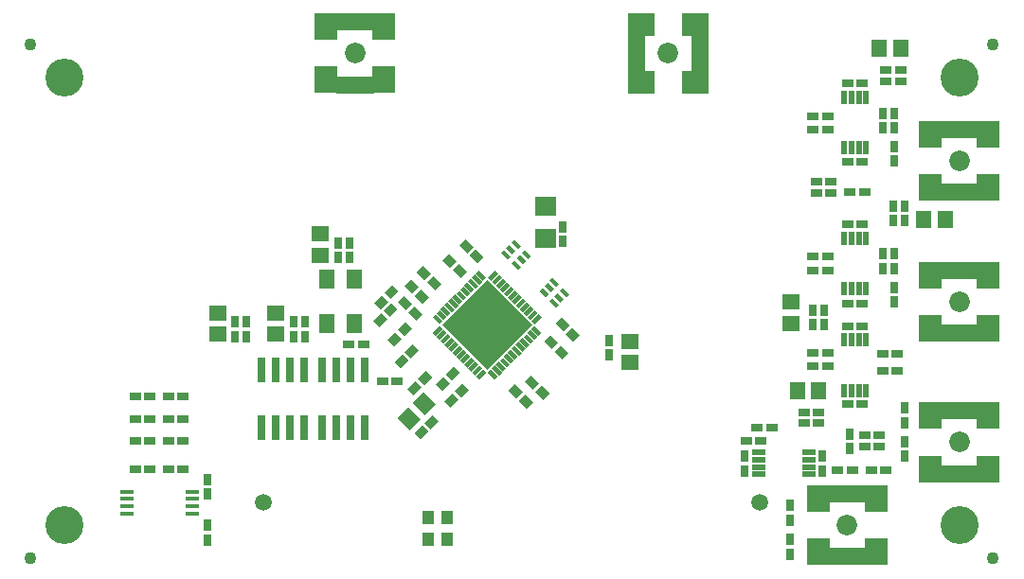
<source format=gts>
G75*
G70*
%OFA0B0*%
%FSLAX24Y24*%
%IPPOS*%
%LPD*%
%AMOC8*
5,1,8,0,0,1.08239X$1,22.5*
%
%ADD10C,0.1339*%
%ADD11C,0.0591*%
%ADD12R,0.0158X0.0355*%
%ADD13R,0.2245X0.2245*%
%ADD14R,0.0316X0.0158*%
%ADD15R,0.0394X0.0316*%
%ADD16R,0.0316X0.0394*%
%ADD17R,0.0750X0.0670*%
%ADD18R,0.0552X0.0631*%
%ADD19R,0.0631X0.0552*%
%ADD20R,0.0512X0.0178*%
%ADD21R,0.0197X0.0473*%
%ADD22R,0.0473X0.0197*%
%ADD23R,0.0552X0.0670*%
%ADD24C,0.0721*%
%ADD25R,0.0965X0.0788*%
%ADD26R,0.0631X0.1379*%
%ADD27R,0.0788X0.0965*%
%ADD28R,0.1379X0.0631*%
%ADD29C,0.0434*%
%ADD30R,0.0276X0.0906*%
%ADD31R,0.0434X0.0473*%
D10*
X002149Y002149D03*
X002149Y017897D03*
X033645Y017897D03*
X033645Y002149D03*
D11*
X026637Y002936D03*
X009156Y002936D03*
D12*
G36*
X016612Y007915D02*
X016724Y007803D01*
X016474Y007553D01*
X016362Y007665D01*
X016612Y007915D01*
G37*
G36*
X016473Y008054D02*
X016585Y007942D01*
X016335Y007692D01*
X016223Y007804D01*
X016473Y008054D01*
G37*
G36*
X016334Y008194D02*
X016446Y008082D01*
X016196Y007832D01*
X016084Y007944D01*
X016334Y008194D01*
G37*
G36*
X016195Y008333D02*
X016307Y008221D01*
X016057Y007971D01*
X015945Y008083D01*
X016195Y008333D01*
G37*
G36*
X016055Y008472D02*
X016167Y008360D01*
X015917Y008110D01*
X015805Y008222D01*
X016055Y008472D01*
G37*
G36*
X015916Y008611D02*
X016028Y008499D01*
X015778Y008249D01*
X015666Y008361D01*
X015916Y008611D01*
G37*
G36*
X015777Y008750D02*
X015889Y008638D01*
X015639Y008388D01*
X015527Y008500D01*
X015777Y008750D01*
G37*
G36*
X015638Y008890D02*
X015750Y008778D01*
X015500Y008528D01*
X015388Y008640D01*
X015638Y008890D01*
G37*
G36*
X015499Y009029D02*
X015611Y008917D01*
X015361Y008667D01*
X015249Y008779D01*
X015499Y009029D01*
G37*
G36*
X015359Y009168D02*
X015471Y009056D01*
X015221Y008806D01*
X015109Y008918D01*
X015359Y009168D01*
G37*
G36*
X015471Y009336D02*
X015359Y009224D01*
X015109Y009474D01*
X015221Y009586D01*
X015471Y009336D01*
G37*
G36*
X015611Y009475D02*
X015499Y009363D01*
X015249Y009613D01*
X015361Y009725D01*
X015611Y009475D01*
G37*
G36*
X015750Y009614D02*
X015638Y009502D01*
X015388Y009752D01*
X015500Y009864D01*
X015750Y009614D01*
G37*
G36*
X015889Y009753D02*
X015777Y009641D01*
X015527Y009891D01*
X015639Y010003D01*
X015889Y009753D01*
G37*
G36*
X016028Y009892D02*
X015916Y009780D01*
X015666Y010030D01*
X015778Y010142D01*
X016028Y009892D01*
G37*
G36*
X016167Y010032D02*
X016055Y009920D01*
X015805Y010170D01*
X015917Y010282D01*
X016167Y010032D01*
G37*
G36*
X016307Y010171D02*
X016195Y010059D01*
X015945Y010309D01*
X016057Y010421D01*
X016307Y010171D01*
G37*
G36*
X016446Y010310D02*
X016334Y010198D01*
X016084Y010448D01*
X016196Y010560D01*
X016446Y010310D01*
G37*
G36*
X016585Y010449D02*
X016473Y010337D01*
X016223Y010587D01*
X016335Y010699D01*
X016585Y010449D01*
G37*
G36*
X016724Y010588D02*
X016612Y010476D01*
X016362Y010726D01*
X016474Y010838D01*
X016724Y010588D01*
G37*
G36*
X016863Y010727D02*
X016751Y010615D01*
X016501Y010865D01*
X016613Y010977D01*
X016863Y010727D01*
G37*
G36*
X017003Y010867D02*
X016891Y010755D01*
X016641Y011005D01*
X016753Y011117D01*
X017003Y010867D01*
G37*
G36*
X017170Y010755D02*
X017058Y010867D01*
X017308Y011117D01*
X017420Y011005D01*
X017170Y010755D01*
G37*
G36*
X017309Y010615D02*
X017197Y010727D01*
X017447Y010977D01*
X017559Y010865D01*
X017309Y010615D01*
G37*
G36*
X017449Y010476D02*
X017337Y010588D01*
X017587Y010838D01*
X017699Y010726D01*
X017449Y010476D01*
G37*
G36*
X017588Y010337D02*
X017476Y010449D01*
X017726Y010699D01*
X017838Y010587D01*
X017588Y010337D01*
G37*
G36*
X017727Y010198D02*
X017615Y010310D01*
X017865Y010560D01*
X017977Y010448D01*
X017727Y010198D01*
G37*
G36*
X017866Y010059D02*
X017754Y010171D01*
X018004Y010421D01*
X018116Y010309D01*
X017866Y010059D01*
G37*
G36*
X018005Y009920D02*
X017893Y010032D01*
X018143Y010282D01*
X018255Y010170D01*
X018005Y009920D01*
G37*
G36*
X018145Y009780D02*
X018033Y009892D01*
X018283Y010142D01*
X018395Y010030D01*
X018145Y009780D01*
G37*
G36*
X018284Y009641D02*
X018172Y009753D01*
X018422Y010003D01*
X018534Y009891D01*
X018284Y009641D01*
G37*
G36*
X018423Y009502D02*
X018311Y009614D01*
X018561Y009864D01*
X018673Y009752D01*
X018423Y009502D01*
G37*
G36*
X018562Y009363D02*
X018450Y009475D01*
X018700Y009725D01*
X018812Y009613D01*
X018562Y009363D01*
G37*
G36*
X018701Y009224D02*
X018589Y009336D01*
X018839Y009586D01*
X018951Y009474D01*
X018701Y009224D01*
G37*
G36*
X018589Y009056D02*
X018701Y009168D01*
X018951Y008918D01*
X018839Y008806D01*
X018589Y009056D01*
G37*
G36*
X018450Y008917D02*
X018562Y009029D01*
X018812Y008779D01*
X018700Y008667D01*
X018450Y008917D01*
G37*
G36*
X018311Y008778D02*
X018423Y008890D01*
X018673Y008640D01*
X018561Y008528D01*
X018311Y008778D01*
G37*
G36*
X018172Y008638D02*
X018284Y008750D01*
X018534Y008500D01*
X018422Y008388D01*
X018172Y008638D01*
G37*
G36*
X018033Y008499D02*
X018145Y008611D01*
X018395Y008361D01*
X018283Y008249D01*
X018033Y008499D01*
G37*
G36*
X017893Y008360D02*
X018005Y008472D01*
X018255Y008222D01*
X018143Y008110D01*
X017893Y008360D01*
G37*
G36*
X017754Y008221D02*
X017866Y008333D01*
X018116Y008083D01*
X018004Y007971D01*
X017754Y008221D01*
G37*
G36*
X017615Y008082D02*
X017727Y008194D01*
X017977Y007944D01*
X017865Y007832D01*
X017615Y008082D01*
G37*
G36*
X017476Y007942D02*
X017588Y008054D01*
X017838Y007804D01*
X017726Y007692D01*
X017476Y007942D01*
G37*
G36*
X017337Y007803D02*
X017449Y007915D01*
X017699Y007665D01*
X017587Y007553D01*
X017337Y007803D01*
G37*
G36*
X017197Y007664D02*
X017309Y007776D01*
X017559Y007526D01*
X017447Y007414D01*
X017197Y007664D01*
G37*
G36*
X017058Y007525D02*
X017170Y007637D01*
X017420Y007387D01*
X017308Y007275D01*
X017058Y007525D01*
G37*
G36*
X016891Y007637D02*
X017003Y007525D01*
X016753Y007275D01*
X016641Y007387D01*
X016891Y007637D01*
G37*
G36*
X016751Y007776D02*
X016863Y007664D01*
X016613Y007414D01*
X016501Y007526D01*
X016751Y007776D01*
G37*
D13*
G36*
X015444Y009196D02*
X017030Y010782D01*
X018616Y009196D01*
X017030Y007610D01*
X015444Y009196D01*
G37*
D14*
G36*
X018109Y011147D02*
X017887Y011369D01*
X017999Y011481D01*
X018221Y011259D01*
X018109Y011147D01*
G37*
G36*
X018290Y011328D02*
X018068Y011550D01*
X018180Y011662D01*
X018402Y011440D01*
X018290Y011328D01*
G37*
G36*
X018471Y011509D02*
X018249Y011731D01*
X018361Y011843D01*
X018583Y011621D01*
X018471Y011509D01*
G37*
G36*
X018109Y011871D02*
X017887Y012093D01*
X017999Y012205D01*
X018221Y011983D01*
X018109Y011871D01*
G37*
G36*
X017928Y011690D02*
X017706Y011912D01*
X017818Y012024D01*
X018040Y011802D01*
X017928Y011690D01*
G37*
G36*
X017747Y011509D02*
X017525Y011731D01*
X017637Y011843D01*
X017859Y011621D01*
X017747Y011509D01*
G37*
G36*
X019448Y010532D02*
X019226Y010754D01*
X019338Y010866D01*
X019560Y010644D01*
X019448Y010532D01*
G37*
G36*
X019267Y010351D02*
X019045Y010573D01*
X019157Y010685D01*
X019379Y010463D01*
X019267Y010351D01*
G37*
G36*
X019086Y010170D02*
X018864Y010392D01*
X018976Y010504D01*
X019198Y010282D01*
X019086Y010170D01*
G37*
G36*
X019448Y009809D02*
X019226Y010031D01*
X019338Y010143D01*
X019560Y009921D01*
X019448Y009809D01*
G37*
G36*
X019629Y009990D02*
X019407Y010212D01*
X019519Y010324D01*
X019741Y010102D01*
X019629Y009990D01*
G37*
G36*
X019810Y010170D02*
X019588Y010392D01*
X019700Y010504D01*
X019922Y010282D01*
X019810Y010170D01*
G37*
D15*
G36*
X019711Y008968D02*
X019433Y009246D01*
X019657Y009470D01*
X019935Y009192D01*
X019711Y008968D01*
G37*
G36*
X020073Y008606D02*
X019795Y008884D01*
X020019Y009108D01*
X020297Y008830D01*
X020073Y008606D01*
G37*
G36*
X019679Y007976D02*
X019401Y008254D01*
X019625Y008478D01*
X019903Y008200D01*
X019679Y007976D01*
G37*
G36*
X019317Y008338D02*
X019039Y008616D01*
X019263Y008840D01*
X019541Y008562D01*
X019317Y008338D01*
G37*
G36*
X018648Y006921D02*
X018370Y007199D01*
X018594Y007423D01*
X018872Y007145D01*
X018648Y006921D01*
G37*
G36*
X019010Y006559D02*
X018732Y006837D01*
X018956Y007061D01*
X019234Y006783D01*
X019010Y006559D01*
G37*
G36*
X018419Y006244D02*
X018141Y006522D01*
X018365Y006746D01*
X018643Y006468D01*
X018419Y006244D01*
G37*
G36*
X018058Y006606D02*
X017780Y006884D01*
X018004Y007108D01*
X018282Y006830D01*
X018058Y006606D01*
G37*
G36*
X015897Y006869D02*
X016175Y007147D01*
X016399Y006923D01*
X016121Y006645D01*
X015897Y006869D01*
G37*
G36*
X015535Y006507D02*
X015813Y006785D01*
X016037Y006561D01*
X015759Y006283D01*
X015535Y006507D01*
G37*
G36*
X015220Y007098D02*
X015498Y007376D01*
X015722Y007152D01*
X015444Y006874D01*
X015220Y007098D01*
G37*
G36*
X014598Y007302D02*
X014876Y007580D01*
X015100Y007356D01*
X014822Y007078D01*
X014598Y007302D01*
G37*
G36*
X014236Y006941D02*
X014514Y007219D01*
X014738Y006995D01*
X014460Y006717D01*
X014236Y006941D01*
G37*
X013861Y007227D03*
X013349Y007227D03*
G36*
X013764Y007885D02*
X014042Y008163D01*
X014266Y007939D01*
X013988Y007661D01*
X013764Y007885D01*
G37*
G36*
X014126Y008247D02*
X014404Y008525D01*
X014628Y008301D01*
X014350Y008023D01*
X014126Y008247D01*
G37*
G36*
X013528Y008673D02*
X013806Y008951D01*
X014030Y008727D01*
X013752Y008449D01*
X013528Y008673D01*
G37*
G36*
X013889Y009035D02*
X014167Y009313D01*
X014391Y009089D01*
X014113Y008811D01*
X013889Y009035D01*
G37*
G36*
X013016Y009342D02*
X013294Y009620D01*
X013518Y009396D01*
X013240Y009118D01*
X013016Y009342D01*
G37*
G36*
X013378Y009704D02*
X013656Y009982D01*
X013880Y009758D01*
X013602Y009480D01*
X013378Y009704D01*
G37*
G36*
X013055Y009972D02*
X013333Y010250D01*
X013557Y010026D01*
X013279Y009748D01*
X013055Y009972D01*
G37*
G36*
X013417Y010334D02*
X013695Y010612D01*
X013919Y010388D01*
X013641Y010110D01*
X013417Y010334D01*
G37*
G36*
X014160Y009716D02*
X013882Y009994D01*
X014106Y010218D01*
X014384Y009940D01*
X014160Y009716D01*
G37*
G36*
X014522Y009354D02*
X014244Y009632D01*
X014468Y009856D01*
X014746Y009578D01*
X014522Y009354D01*
G37*
G36*
X014704Y010447D02*
X014982Y010169D01*
X014758Y009945D01*
X014480Y010223D01*
X014704Y010447D01*
G37*
G36*
X014342Y010809D02*
X014620Y010531D01*
X014396Y010307D01*
X014118Y010585D01*
X014342Y010809D01*
G37*
G36*
X014775Y011281D02*
X015053Y011003D01*
X014829Y010779D01*
X014551Y011057D01*
X014775Y011281D01*
G37*
G36*
X015137Y010919D02*
X015415Y010641D01*
X015191Y010417D01*
X014913Y010695D01*
X015137Y010919D01*
G37*
G36*
X015681Y011714D02*
X015959Y011436D01*
X015735Y011212D01*
X015457Y011490D01*
X015681Y011714D01*
G37*
G36*
X016271Y012226D02*
X016549Y011948D01*
X016325Y011724D01*
X016047Y012002D01*
X016271Y012226D01*
G37*
G36*
X016633Y011864D02*
X016911Y011586D01*
X016687Y011362D01*
X016409Y011640D01*
X016633Y011864D01*
G37*
G36*
X016043Y011352D02*
X016321Y011074D01*
X016097Y010850D01*
X015819Y011128D01*
X016043Y011352D01*
G37*
X012680Y008526D03*
X012168Y008526D03*
G36*
X015582Y007460D02*
X015860Y007738D01*
X016084Y007514D01*
X015806Y007236D01*
X015582Y007460D01*
G37*
G36*
X014834Y005747D02*
X015112Y006025D01*
X015336Y005801D01*
X015058Y005523D01*
X014834Y005747D01*
G37*
G36*
X014472Y005385D02*
X014750Y005663D01*
X014974Y005439D01*
X014696Y005161D01*
X014472Y005385D01*
G37*
X006341Y005101D03*
X005830Y005101D03*
X005160Y005101D03*
X004649Y005101D03*
X004649Y005889D03*
X005160Y005889D03*
X005830Y005889D03*
X006341Y005889D03*
X006341Y006676D03*
X005830Y006676D03*
X005160Y006676D03*
X004649Y006676D03*
X004649Y004117D03*
X005160Y004117D03*
X005830Y004117D03*
X006341Y004117D03*
X026145Y005101D03*
X026656Y005101D03*
X026538Y005574D03*
X027050Y005574D03*
X028192Y005731D03*
X028192Y006125D03*
X028704Y006125D03*
X028704Y005731D03*
X029727Y006400D03*
X030239Y006400D03*
X030318Y005298D03*
X030318Y004904D03*
X030830Y004904D03*
X030830Y005298D03*
X031066Y004078D03*
X030554Y004078D03*
X029885Y004078D03*
X029373Y004078D03*
X030948Y007582D03*
X031460Y007582D03*
X031460Y008172D03*
X030948Y008172D03*
X030239Y009156D03*
X029727Y009156D03*
X029727Y009944D03*
X030239Y009944D03*
X029019Y011125D03*
X029019Y011597D03*
X028507Y011597D03*
X028507Y011125D03*
X029727Y012739D03*
X030239Y012739D03*
X030318Y013881D03*
X029806Y013881D03*
X029137Y013841D03*
X028625Y013841D03*
X028625Y014235D03*
X029137Y014235D03*
X029727Y014944D03*
X030239Y014944D03*
X029019Y016086D03*
X029019Y016558D03*
X028507Y016558D03*
X028507Y016086D03*
X029727Y017700D03*
X030239Y017700D03*
X031066Y017778D03*
X031066Y018172D03*
X031578Y018172D03*
X031578Y017778D03*
X029019Y008211D03*
X029019Y007739D03*
X028507Y007739D03*
X028507Y008211D03*
D16*
X028487Y009215D03*
X028881Y009215D03*
X028881Y009727D03*
X028487Y009727D03*
X030967Y011184D03*
X031361Y011184D03*
X031361Y011696D03*
X030967Y011696D03*
X031322Y012877D03*
X031715Y012877D03*
X031715Y013389D03*
X031322Y013389D03*
X031361Y014963D03*
X031361Y015475D03*
X031361Y016145D03*
X030967Y016145D03*
X030967Y016656D03*
X031361Y016656D03*
X031361Y010515D03*
X031361Y010003D03*
X031715Y006263D03*
X031715Y005751D03*
X031715Y005082D03*
X031715Y004570D03*
X029786Y004845D03*
X029786Y005357D03*
X028841Y004570D03*
X028841Y004058D03*
X027680Y002837D03*
X027680Y002326D03*
X027680Y001637D03*
X027680Y001125D03*
X026086Y004058D03*
X026086Y004570D03*
X021322Y008133D03*
X021322Y008645D03*
X019708Y012129D03*
X019708Y012641D03*
X012188Y012089D03*
X011794Y012089D03*
X011794Y011578D03*
X012188Y011578D03*
X010613Y009294D03*
X010219Y009294D03*
X010219Y008782D03*
X010613Y008782D03*
X008566Y008782D03*
X008172Y008782D03*
X008172Y009294D03*
X008566Y009294D03*
X007188Y003743D03*
X007188Y003231D03*
X007188Y002129D03*
X007188Y001617D03*
D17*
X019097Y012258D03*
X019097Y013378D03*
D18*
X027956Y006873D03*
X028704Y006873D03*
X032404Y012897D03*
X033152Y012897D03*
X031578Y018960D03*
X030830Y018960D03*
G36*
X014398Y006456D02*
X014788Y006846D01*
X015232Y006402D01*
X014842Y006012D01*
X014398Y006456D01*
G37*
G36*
X013869Y005927D02*
X014259Y006317D01*
X014703Y005873D01*
X014313Y005483D01*
X013869Y005927D01*
G37*
D19*
X009589Y008861D03*
X009589Y009609D03*
X007542Y009609D03*
X007542Y008861D03*
X011164Y011656D03*
X011164Y012404D03*
X022050Y008625D03*
X022050Y007877D03*
X027739Y009255D03*
X027739Y010003D03*
D20*
X006647Y003320D03*
X006647Y003064D03*
X006647Y002808D03*
X006647Y002552D03*
X004343Y002552D03*
X004343Y002808D03*
X004343Y003064D03*
X004343Y003320D03*
D21*
X029599Y006893D03*
X029855Y006893D03*
X030111Y006893D03*
X030367Y006893D03*
X030367Y008664D03*
X030111Y008664D03*
X029855Y008664D03*
X029599Y008664D03*
X029599Y010475D03*
X029855Y010475D03*
X030111Y010475D03*
X030367Y010475D03*
X030367Y012247D03*
X030111Y012247D03*
X029855Y012247D03*
X029599Y012247D03*
X029599Y015436D03*
X029855Y015436D03*
X030111Y015436D03*
X030367Y015436D03*
X030367Y017208D03*
X030111Y017208D03*
X029855Y017208D03*
X029599Y017208D03*
D22*
X028349Y004698D03*
X028349Y004442D03*
X028349Y004186D03*
X028349Y003930D03*
X026578Y003930D03*
X026578Y004186D03*
X026578Y004442D03*
X026578Y004698D03*
D23*
X012365Y009235D03*
X011381Y009235D03*
X011381Y010810D03*
X012365Y010810D03*
D24*
X012385Y018763D03*
X023408Y018763D03*
X033645Y014983D03*
X033645Y010023D03*
X033645Y005062D03*
X029708Y002149D03*
D25*
X024343Y017739D03*
X022473Y017739D03*
X022473Y019786D03*
X024343Y019786D03*
D26*
X024511Y018763D03*
X022306Y018763D03*
D27*
X013408Y019698D03*
X011361Y019698D03*
X011361Y017828D03*
X013408Y017828D03*
X032621Y015918D03*
X034668Y015918D03*
X034668Y014048D03*
X032621Y014048D03*
X032621Y010958D03*
X034668Y010958D03*
X034668Y009087D03*
X032621Y009087D03*
X032621Y005997D03*
X034668Y005997D03*
X034668Y004127D03*
X032621Y004127D03*
X030731Y003084D03*
X028684Y003084D03*
X028684Y001213D03*
X030731Y001213D03*
D28*
X029708Y001046D03*
X029708Y003251D03*
X033645Y003960D03*
X033645Y006164D03*
X033645Y008920D03*
X033645Y011125D03*
X033645Y013881D03*
X033645Y016086D03*
X012385Y017660D03*
X012385Y019865D03*
D29*
X000967Y000967D03*
X000967Y019078D03*
X034826Y019078D03*
X034826Y000967D03*
D30*
X012741Y005574D03*
X012241Y005574D03*
X011741Y005574D03*
X011241Y005574D03*
X010576Y005574D03*
X010076Y005574D03*
X009576Y005574D03*
X009076Y005574D03*
X009076Y007621D03*
X009576Y007621D03*
X010076Y007621D03*
X010576Y007621D03*
X011241Y007621D03*
X011741Y007621D03*
X012241Y007621D03*
X012741Y007621D03*
D31*
X014963Y002424D03*
X015633Y002424D03*
X015633Y001637D03*
X014963Y001637D03*
M02*

</source>
